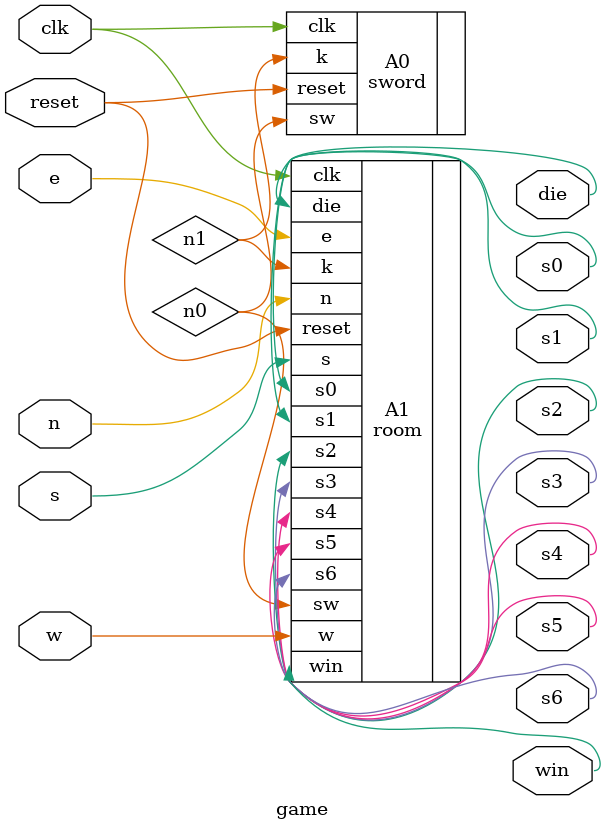
<source format=v>
module game(clk, reset, n,	s,	e,	w, s0, s1,	s2, s3, s4,	die,	s5, win,	s6);


	
	input wire	reset;
	input wire	clk;
	input wire	n;
	input wire	s;
	input wire	e;
	input wire	w;
	
	output wire	s0;
	output wire	s1;
	output wire	s2;
	output wire	s3;
	output wire	s4;
	output wire	die;
	output wire	s5;
	output wire	win;
	output wire	s6;

	wire	n0;
	wire	n1;

	sword	A0(.clk(clk), .reset(reset), .sw(n0),	.k(n1));


	room A1(	.n(n), .s(s), .e(e),	.w(w), .k(n1),	.reset(reset),	.clk(clk), .s0(s0),	.s1(s1),	.s2(s2), .sw(n0), .s3(s3),	.s4(s4),	.die(die),	.s5(s5),	.win(win),	.s6(s6));


endmodule

</source>
